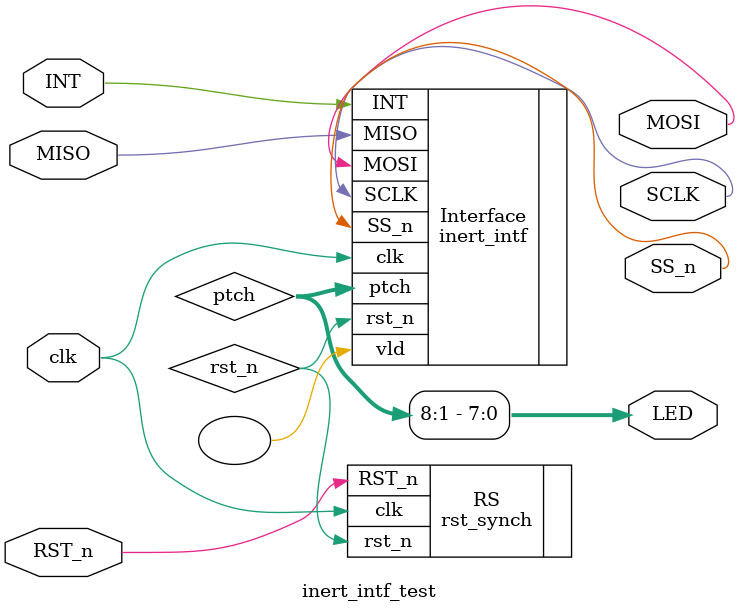
<source format=sv>
module inert_intf_test(clk,RST_n,MISO,INT,LED,SS_n,SCLK,MOSI);

  input clk,RST_n;
  input MISO,INT;

  output logic [7:0]LED;
  output logic SS_n,SCLK,MOSI;

  //Internal signals
  logic rst_n;
  logic [15:0]ptch;

  //// Instantiating Signals ////
  rst_synch	RS(.RST_n(RST_n),.clk(clk),.rst_n(rst_n));
  inert_intf	Interface(.clk(clk),.rst_n(rst_n),.vld(),.ptch(ptch),
			  .SS_n(SS_n), .SCLK(SCLK),.MOSI(MOSI),.MISO(MISO),.INT(INT));
  
  assign LED = ptch[8:1];

endmodule
</source>
